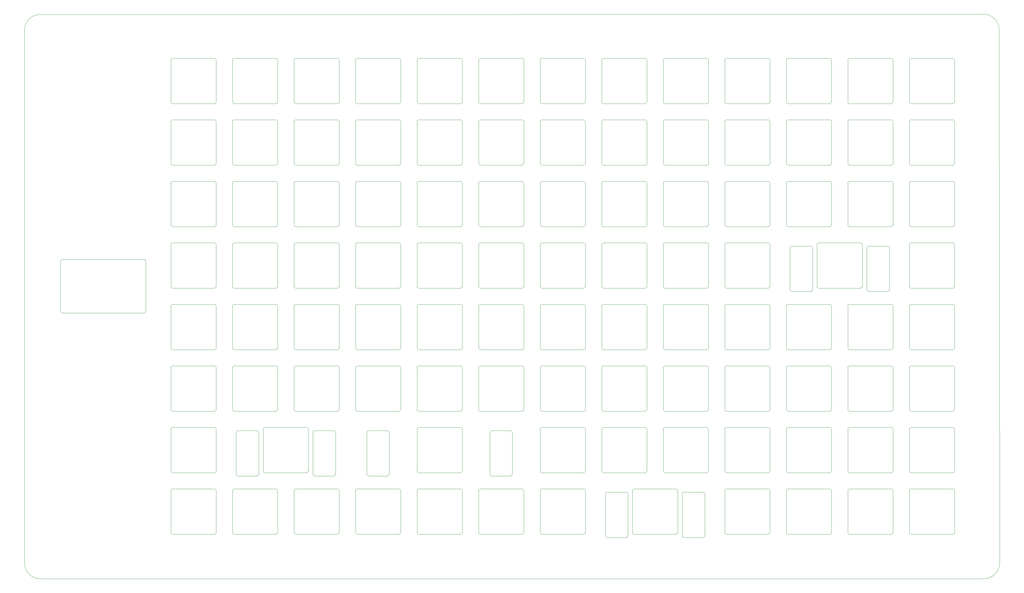
<source format=gbr>
%TF.GenerationSoftware,KiCad,Pcbnew,(6.0.0)*%
%TF.CreationDate,2023-01-05T23:03:01-06:00*%
%TF.ProjectId,Ortholith Top Plate (3D Printed Base),4f727468-6f6c-4697-9468-20546f702050,rev?*%
%TF.SameCoordinates,Original*%
%TF.FileFunction,Profile,NP*%
%FSLAX46Y46*%
G04 Gerber Fmt 4.6, Leading zero omitted, Abs format (unit mm)*
G04 Created by KiCad (PCBNEW (6.0.0)) date 2023-01-05 23:03:01*
%MOMM*%
%LPD*%
G01*
G04 APERTURE LIST*
%TA.AperFunction,Profile*%
%ADD10C,0.050000*%
%TD*%
%TA.AperFunction,Profile*%
%ADD11C,0.010007*%
%TD*%
G04 APERTURE END LIST*
D10*
X61087000Y-222123000D02*
X353060000Y-222123000D01*
X60960000Y-47371000D02*
X352933000Y-47244000D01*
X358013000Y-217170000D02*
X357886000Y-52197000D01*
X56134000Y-217170000D02*
X56134000Y-52197000D01*
X56134000Y-217170000D02*
G75*
G03*
X61087000Y-222123000I4953000J0D01*
G01*
X353060000Y-222123000D02*
G75*
G03*
X358013000Y-217170000I0J4953000D01*
G01*
X357886000Y-52197000D02*
G75*
G03*
X352933000Y-47244000I-4953000J0D01*
G01*
X60960000Y-47371000D02*
G75*
G03*
X56134000Y-52197000I0J-4826000D01*
G01*
X67310000Y-139192000D02*
G75*
G03*
X67945000Y-139827000I635000J0D01*
G01*
X93091000Y-139827000D02*
G75*
G03*
X93726000Y-139192000I0J635000D01*
G01*
X93726000Y-123825000D02*
G75*
G03*
X93091000Y-123190000I-635000J0D01*
G01*
X67945000Y-123190000D02*
G75*
G03*
X67310000Y-123825000I0J-635000D01*
G01*
X67945000Y-123190000D02*
X93091000Y-123190000D01*
X67310000Y-139192000D02*
X67310000Y-123825000D01*
X93091000Y-139827000D02*
X67945000Y-139827000D01*
X93726000Y-123825000D02*
X93726000Y-139192000D01*
D11*
%TO.C,REF\u002A\u002A*%
X314982672Y-132095007D02*
X301983000Y-132095000D01*
X315483000Y-118595000D02*
X315482672Y-131595007D01*
X314983000Y-118095000D02*
X301983000Y-118095000D01*
X301483000Y-118595000D02*
X301483000Y-131595000D01*
X315483000Y-118595000D02*
G75*
G03*
X314983000Y-118095000I-500000J0D01*
G01*
X301983000Y-118095000D02*
G75*
G03*
X301483000Y-118595000I0J-500000D01*
G01*
X301483000Y-131595000D02*
G75*
G03*
X301983000Y-132095000I500000J0D01*
G01*
X314982672Y-132095007D02*
G75*
G03*
X315482672Y-131595007I0J500000D01*
G01*
X317389250Y-119095008D02*
X323389250Y-119095008D01*
X317389250Y-133095008D02*
X323389250Y-133095008D01*
X323389250Y-133095008D02*
G75*
G03*
X323889250Y-132595008I0J500000D01*
G01*
X293576750Y-119095000D02*
X299576750Y-119095008D01*
X293576750Y-133095008D02*
X299576750Y-133095008D01*
X293076750Y-119595008D02*
X293076750Y-132595008D01*
X300076750Y-119595008D02*
X300076750Y-132595000D01*
X316889250Y-119595008D02*
X316889250Y-132595000D01*
X323889250Y-119595008D02*
X323889250Y-132595008D01*
X317389250Y-119095000D02*
G75*
G03*
X316889250Y-119595000I0J-500000D01*
G01*
X323889250Y-119595000D02*
G75*
G03*
X323389250Y-119095000I-500000J0D01*
G01*
X316889250Y-132595008D02*
G75*
G03*
X317389250Y-133095008I500000J0D01*
G01*
X293576750Y-119095000D02*
G75*
G03*
X293076750Y-119595000I0J-500000D01*
G01*
X300076750Y-119595000D02*
G75*
G03*
X299576750Y-119095000I-500000J0D01*
G01*
X293076750Y-132595008D02*
G75*
G03*
X293576750Y-133095008I500000J0D01*
G01*
X299576750Y-133095008D02*
G75*
G03*
X300076750Y-132595008I0J500000D01*
G01*
X258333000Y-194795000D02*
X258332672Y-207795007D01*
X260239250Y-195295008D02*
X266239250Y-195295008D01*
X236426750Y-209295008D02*
X242426750Y-209295008D01*
X244833000Y-208295000D02*
X257833000Y-208295000D01*
X260239250Y-209295008D02*
X266239250Y-209295008D01*
X236426750Y-195295000D02*
X242426750Y-195295008D01*
X235926750Y-195795008D02*
X235926750Y-208795008D01*
X242926750Y-195795008D02*
X242926750Y-208795000D01*
X244833000Y-194295000D02*
X257833000Y-194295000D01*
X244333000Y-194795000D02*
X244333000Y-207795000D01*
X259739250Y-195795008D02*
X259739250Y-208795000D01*
X266739250Y-195795008D02*
X266739250Y-208795008D01*
X244333000Y-207795000D02*
G75*
G03*
X244833000Y-208295000I500001J1D01*
G01*
X242926750Y-195795000D02*
G75*
G03*
X242426750Y-195295000I-500001J-1D01*
G01*
X258333000Y-194795000D02*
G75*
G03*
X257833000Y-194295000I-500001J-1D01*
G01*
X259739250Y-208795008D02*
G75*
G03*
X260239250Y-209295008I500001J1D01*
G01*
X244833000Y-194295000D02*
G75*
G03*
X244333000Y-194795000I1J-500001D01*
G01*
X266239250Y-209295008D02*
G75*
G03*
X266739250Y-208795008I-1J500001D01*
G01*
X257832672Y-208295007D02*
G75*
G03*
X258332672Y-207795007I-1J500001D01*
G01*
X242426750Y-209295008D02*
G75*
G03*
X242926750Y-208795008I-1J500001D01*
G01*
X266739250Y-195795000D02*
G75*
G03*
X266239250Y-195295000I-500001J-1D01*
G01*
X236426750Y-195295000D02*
G75*
G03*
X235926750Y-195795000I1J-500001D01*
G01*
X260239250Y-195295000D02*
G75*
G03*
X259739250Y-195795000I1J-500001D01*
G01*
X235926750Y-208795008D02*
G75*
G03*
X236426750Y-209295008I500001J1D01*
G01*
X200234447Y-189768447D02*
X200234447Y-176768439D01*
X206644447Y-190268447D02*
X200734447Y-190268447D01*
X207144447Y-176768439D02*
X207144447Y-189768447D01*
X200734447Y-176268439D02*
X206644447Y-176268439D01*
X162138000Y-189762000D02*
X162138000Y-176761992D01*
X168548000Y-190262000D02*
X162638000Y-190262000D01*
X169048000Y-176761992D02*
X169048000Y-189762000D01*
X162638000Y-176261992D02*
X168548000Y-176261992D01*
X169048000Y-176761992D02*
G75*
G03*
X168548000Y-176261992I-500001J-1D01*
G01*
X162138000Y-189762000D02*
G75*
G03*
X162638000Y-190262000I500001J1D01*
G01*
X162638000Y-176261992D02*
G75*
G03*
X162138000Y-176761992I1J-500001D01*
G01*
X168548000Y-190262000D02*
G75*
G03*
X169048000Y-189762000I-1J500001D01*
G01*
X206644447Y-190268447D02*
G75*
G03*
X207144447Y-189768447I-1J500001D01*
G01*
X207144447Y-176768439D02*
G75*
G03*
X206644447Y-176268439I-500001J-1D01*
G01*
X200234447Y-189768447D02*
G75*
G03*
X200734447Y-190268447I500001J1D01*
G01*
X200734447Y-176268439D02*
G75*
G03*
X200234447Y-176768439I1J-500001D01*
G01*
X143532672Y-189245007D02*
X130533000Y-189245000D01*
X144033000Y-175745000D02*
X144032672Y-188745007D01*
X130533000Y-175245000D02*
X143533000Y-175245000D01*
X151939250Y-176245000D02*
X145939250Y-176245000D01*
X152439250Y-189745008D02*
X152439250Y-176745000D01*
X145939250Y-190245008D02*
X151939250Y-190245008D01*
X122126750Y-190245008D02*
X128126750Y-190245008D01*
X122126750Y-176245000D02*
X128126750Y-176245008D01*
X121626750Y-176745008D02*
X121626750Y-189745008D01*
X128626750Y-176745008D02*
X128626750Y-189745000D01*
X130033000Y-175745000D02*
X130033000Y-188745000D01*
X145439250Y-176745008D02*
X145439250Y-189745000D01*
X130033000Y-188745000D02*
G75*
G03*
X130533000Y-189245000I500001J1D01*
G01*
X128626750Y-176745000D02*
G75*
G03*
X128126750Y-176245000I-500001J-1D01*
G01*
X144033000Y-175745000D02*
G75*
G03*
X143533000Y-175245000I-500001J-1D01*
G01*
X145439250Y-189745008D02*
G75*
G03*
X145939250Y-190245008I500001J1D01*
G01*
X130533000Y-175245000D02*
G75*
G03*
X130033000Y-175745000I1J-500001D01*
G01*
X151939250Y-190245008D02*
G75*
G03*
X152439250Y-189745008I-1J500001D01*
G01*
X143532672Y-189245007D02*
G75*
G03*
X144032672Y-188745007I-1J500001D01*
G01*
X128126750Y-190245008D02*
G75*
G03*
X128626750Y-189745008I-1J500001D01*
G01*
X152439250Y-176745000D02*
G75*
G03*
X151939250Y-176245000I-500001J-1D01*
G01*
X122126750Y-176245000D02*
G75*
G03*
X121626750Y-176745000I1J-500001D01*
G01*
X145939250Y-176245000D02*
G75*
G03*
X145439250Y-176745000I1J-500001D01*
G01*
X121626750Y-189745008D02*
G75*
G03*
X122126750Y-190245008I500001J1D01*
G01*
X101458000Y-194796000D02*
X101458000Y-207786924D01*
X101958000Y-194296000D02*
X114958000Y-194296000D01*
X101958000Y-208286924D02*
X114958000Y-208296000D01*
X115458000Y-194796000D02*
X115458000Y-207796000D01*
X101458000Y-207786924D02*
G75*
G03*
X101958000Y-208286924I500001J1D01*
G01*
X115458000Y-194796000D02*
G75*
G03*
X114958000Y-194296000I-500001J-1D01*
G01*
X101958000Y-194296000D02*
G75*
G03*
X101458000Y-194796000I1J-500001D01*
G01*
X114958000Y-208296000D02*
G75*
G03*
X115458000Y-207796000I-1J500001D01*
G01*
X120508000Y-194796000D02*
X120508000Y-207786924D01*
X121008000Y-194296000D02*
X134008000Y-194296000D01*
X121008000Y-208286924D02*
X134008000Y-208296000D01*
X134508000Y-194796000D02*
X134508000Y-207796000D01*
X120508000Y-207786924D02*
G75*
G03*
X121008000Y-208286924I500001J1D01*
G01*
X134508000Y-194796000D02*
G75*
G03*
X134008000Y-194296000I-500001J-1D01*
G01*
X121008000Y-194296000D02*
G75*
G03*
X120508000Y-194796000I1J-500001D01*
G01*
X134008000Y-208296000D02*
G75*
G03*
X134508000Y-207796000I-1J500001D01*
G01*
X139558000Y-194796000D02*
X139558000Y-207786924D01*
X140058000Y-194296000D02*
X153058000Y-194296000D01*
X140058000Y-208286924D02*
X153058000Y-208296000D01*
X153558000Y-194796000D02*
X153558000Y-207796000D01*
X139558000Y-207786924D02*
G75*
G03*
X140058000Y-208286924I500001J1D01*
G01*
X153558000Y-194796000D02*
G75*
G03*
X153058000Y-194296000I-500001J-1D01*
G01*
X140058000Y-194296000D02*
G75*
G03*
X139558000Y-194796000I1J-500001D01*
G01*
X153058000Y-208296000D02*
G75*
G03*
X153558000Y-207796000I-1J500001D01*
G01*
X158608000Y-194796000D02*
X158608000Y-207786924D01*
X159108000Y-194296000D02*
X172108000Y-194296000D01*
X159108000Y-208286924D02*
X172108000Y-208296000D01*
X172608000Y-194796000D02*
X172608000Y-207796000D01*
X158608000Y-207786924D02*
G75*
G03*
X159108000Y-208286924I500001J1D01*
G01*
X172608000Y-194796000D02*
G75*
G03*
X172108000Y-194296000I-500001J-1D01*
G01*
X159108000Y-194296000D02*
G75*
G03*
X158608000Y-194796000I1J-500001D01*
G01*
X172108000Y-208296000D02*
G75*
G03*
X172608000Y-207796000I-1J500001D01*
G01*
X177658000Y-194796000D02*
X177658000Y-207786924D01*
X178158000Y-194296000D02*
X191158000Y-194296000D01*
X178158000Y-208286924D02*
X191158000Y-208296000D01*
X191658000Y-194796000D02*
X191658000Y-207796000D01*
X177658000Y-207786924D02*
G75*
G03*
X178158000Y-208286924I500001J1D01*
G01*
X191658000Y-194796000D02*
G75*
G03*
X191158000Y-194296000I-500001J-1D01*
G01*
X178158000Y-194296000D02*
G75*
G03*
X177658000Y-194796000I1J-500001D01*
G01*
X191158000Y-208296000D02*
G75*
G03*
X191658000Y-207796000I-1J500001D01*
G01*
X196708000Y-194796000D02*
X196708000Y-207786924D01*
X197208000Y-194296000D02*
X210208000Y-194296000D01*
X197208000Y-208286924D02*
X210208000Y-208296000D01*
X210708000Y-194796000D02*
X210708000Y-207796000D01*
X196708000Y-207786924D02*
G75*
G03*
X197208000Y-208286924I500001J1D01*
G01*
X210708000Y-194796000D02*
G75*
G03*
X210208000Y-194296000I-500001J-1D01*
G01*
X197208000Y-194296000D02*
G75*
G03*
X196708000Y-194796000I1J-500001D01*
G01*
X210208000Y-208296000D02*
G75*
G03*
X210708000Y-207796000I-1J500001D01*
G01*
X215758000Y-194796000D02*
X215758000Y-207786924D01*
X216258000Y-194296000D02*
X229258000Y-194296000D01*
X216258000Y-208286924D02*
X229258000Y-208296000D01*
X229758000Y-194796000D02*
X229758000Y-207796000D01*
X215758000Y-207786924D02*
G75*
G03*
X216258000Y-208286924I500001J1D01*
G01*
X229758000Y-194796000D02*
G75*
G03*
X229258000Y-194296000I-500001J-1D01*
G01*
X216258000Y-194296000D02*
G75*
G03*
X215758000Y-194796000I1J-500001D01*
G01*
X229258000Y-208296000D02*
G75*
G03*
X229758000Y-207796000I-1J500001D01*
G01*
X272908000Y-194796000D02*
X272908000Y-207786924D01*
X273408000Y-194296000D02*
X286408000Y-194296000D01*
X273408000Y-208286924D02*
X286408000Y-208296000D01*
X286908000Y-194796000D02*
X286908000Y-207796000D01*
X272908000Y-207786924D02*
G75*
G03*
X273408000Y-208286924I500001J1D01*
G01*
X286908000Y-194796000D02*
G75*
G03*
X286408000Y-194296000I-500001J-1D01*
G01*
X273408000Y-194296000D02*
G75*
G03*
X272908000Y-194796000I1J-500001D01*
G01*
X286408000Y-208296000D02*
G75*
G03*
X286908000Y-207796000I-1J500001D01*
G01*
X291958000Y-194796000D02*
X291958000Y-207786924D01*
X292458000Y-194296000D02*
X305458000Y-194296000D01*
X292458000Y-208286924D02*
X305458000Y-208296000D01*
X305958000Y-194796000D02*
X305958000Y-207796000D01*
X291958000Y-207786924D02*
G75*
G03*
X292458000Y-208286924I500001J1D01*
G01*
X305958000Y-194796000D02*
G75*
G03*
X305458000Y-194296000I-500001J-1D01*
G01*
X292458000Y-194296000D02*
G75*
G03*
X291958000Y-194796000I1J-500001D01*
G01*
X305458000Y-208296000D02*
G75*
G03*
X305958000Y-207796000I-1J500001D01*
G01*
X311008000Y-194796000D02*
X311008000Y-207786924D01*
X311508000Y-194296000D02*
X324508000Y-194296000D01*
X311508000Y-208286924D02*
X324508000Y-208296000D01*
X325008000Y-194796000D02*
X325008000Y-207796000D01*
X311008000Y-207786924D02*
G75*
G03*
X311508000Y-208286924I500001J1D01*
G01*
X325008000Y-194796000D02*
G75*
G03*
X324508000Y-194296000I-500001J-1D01*
G01*
X311508000Y-194296000D02*
G75*
G03*
X311008000Y-194796000I1J-500001D01*
G01*
X324508000Y-208296000D02*
G75*
G03*
X325008000Y-207796000I-1J500001D01*
G01*
X330058000Y-194796000D02*
X330058000Y-207786924D01*
X330558000Y-194296000D02*
X343558000Y-194296000D01*
X330558000Y-208286924D02*
X343558000Y-208296000D01*
X344058000Y-194796000D02*
X344058000Y-207796000D01*
X330058000Y-207786924D02*
G75*
G03*
X330558000Y-208286924I500001J1D01*
G01*
X344058000Y-194796000D02*
G75*
G03*
X343558000Y-194296000I-500001J-1D01*
G01*
X330558000Y-194296000D02*
G75*
G03*
X330058000Y-194796000I1J-500001D01*
G01*
X343558000Y-208296000D02*
G75*
G03*
X344058000Y-207796000I-1J500001D01*
G01*
X330058000Y-175746000D02*
X330058000Y-188736924D01*
X330558000Y-175246000D02*
X343558000Y-175246000D01*
X330558000Y-189236924D02*
X343558000Y-189246000D01*
X344058000Y-175746000D02*
X344058000Y-188746000D01*
X330058000Y-188736924D02*
G75*
G03*
X330558000Y-189236924I500001J1D01*
G01*
X344058000Y-175746000D02*
G75*
G03*
X343558000Y-175246000I-500001J-1D01*
G01*
X330558000Y-175246000D02*
G75*
G03*
X330058000Y-175746000I1J-500001D01*
G01*
X343558000Y-189246000D02*
G75*
G03*
X344058000Y-188746000I-1J500001D01*
G01*
X311008000Y-175746000D02*
X311008000Y-188736924D01*
X311508000Y-175246000D02*
X324508000Y-175246000D01*
X311508000Y-189236924D02*
X324508000Y-189246000D01*
X325008000Y-175746000D02*
X325008000Y-188746000D01*
X311008000Y-188736924D02*
G75*
G03*
X311508000Y-189236924I500001J1D01*
G01*
X325008000Y-175746000D02*
G75*
G03*
X324508000Y-175246000I-500001J-1D01*
G01*
X311508000Y-175246000D02*
G75*
G03*
X311008000Y-175746000I1J-500001D01*
G01*
X324508000Y-189246000D02*
G75*
G03*
X325008000Y-188746000I-1J500001D01*
G01*
X291958000Y-175746000D02*
X291958000Y-188736924D01*
X292458000Y-175246000D02*
X305458000Y-175246000D01*
X292458000Y-189236924D02*
X305458000Y-189246000D01*
X305958000Y-175746000D02*
X305958000Y-188746000D01*
X291958000Y-188736924D02*
G75*
G03*
X292458000Y-189236924I500001J1D01*
G01*
X305958000Y-175746000D02*
G75*
G03*
X305458000Y-175246000I-500001J-1D01*
G01*
X292458000Y-175246000D02*
G75*
G03*
X291958000Y-175746000I1J-500001D01*
G01*
X305458000Y-189246000D02*
G75*
G03*
X305958000Y-188746000I-1J500001D01*
G01*
X272908000Y-175746000D02*
X272908000Y-188736924D01*
X273408000Y-175246000D02*
X286408000Y-175246000D01*
X273408000Y-189236924D02*
X286408000Y-189246000D01*
X286908000Y-175746000D02*
X286908000Y-188746000D01*
X272908000Y-188736924D02*
G75*
G03*
X273408000Y-189236924I500001J1D01*
G01*
X286908000Y-175746000D02*
G75*
G03*
X286408000Y-175246000I-500001J-1D01*
G01*
X273408000Y-175246000D02*
G75*
G03*
X272908000Y-175746000I1J-500001D01*
G01*
X286408000Y-189246000D02*
G75*
G03*
X286908000Y-188746000I-1J500001D01*
G01*
X253858000Y-175746000D02*
X253858000Y-188736924D01*
X254358000Y-175246000D02*
X267358000Y-175246000D01*
X254358000Y-189236924D02*
X267358000Y-189246000D01*
X267858000Y-175746000D02*
X267858000Y-188746000D01*
X253858000Y-188736924D02*
G75*
G03*
X254358000Y-189236924I500001J1D01*
G01*
X267858000Y-175746000D02*
G75*
G03*
X267358000Y-175246000I-500001J-1D01*
G01*
X254358000Y-175246000D02*
G75*
G03*
X253858000Y-175746000I1J-500001D01*
G01*
X267358000Y-189246000D02*
G75*
G03*
X267858000Y-188746000I-1J500001D01*
G01*
X234808000Y-175746000D02*
X234808000Y-188736924D01*
X235308000Y-175246000D02*
X248308000Y-175246000D01*
X235308000Y-189236924D02*
X248308000Y-189246000D01*
X248808000Y-175746000D02*
X248808000Y-188746000D01*
X234808000Y-188736924D02*
G75*
G03*
X235308000Y-189236924I500001J1D01*
G01*
X248808000Y-175746000D02*
G75*
G03*
X248308000Y-175246000I-500001J-1D01*
G01*
X235308000Y-175246000D02*
G75*
G03*
X234808000Y-175746000I1J-500001D01*
G01*
X248308000Y-189246000D02*
G75*
G03*
X248808000Y-188746000I-1J500001D01*
G01*
X215758000Y-175746000D02*
X215758000Y-188736924D01*
X216258000Y-175246000D02*
X229258000Y-175246000D01*
X216258000Y-189236924D02*
X229258000Y-189246000D01*
X229758000Y-175746000D02*
X229758000Y-188746000D01*
X215758000Y-188736924D02*
G75*
G03*
X216258000Y-189236924I500001J1D01*
G01*
X229758000Y-175746000D02*
G75*
G03*
X229258000Y-175246000I-500001J-1D01*
G01*
X216258000Y-175246000D02*
G75*
G03*
X215758000Y-175746000I1J-500001D01*
G01*
X229258000Y-189246000D02*
G75*
G03*
X229758000Y-188746000I-1J500001D01*
G01*
X177658000Y-175745000D02*
X177658000Y-188735924D01*
X178158000Y-175245000D02*
X191158000Y-175245000D01*
X178158000Y-189235924D02*
X191158000Y-189245000D01*
X191658000Y-175745000D02*
X191658000Y-188745000D01*
X177658000Y-188735924D02*
G75*
G03*
X178158000Y-189235924I500001J1D01*
G01*
X191658000Y-175745000D02*
G75*
G03*
X191158000Y-175245000I-500001J-1D01*
G01*
X178158000Y-175245000D02*
G75*
G03*
X177658000Y-175745000I1J-500001D01*
G01*
X191158000Y-189245000D02*
G75*
G03*
X191658000Y-188745000I-1J500001D01*
G01*
X101458000Y-175746000D02*
X101458000Y-188736924D01*
X101958000Y-175246000D02*
X114958000Y-175246000D01*
X101958000Y-189236924D02*
X114958000Y-189246000D01*
X115458000Y-175746000D02*
X115458000Y-188746000D01*
X101458000Y-188736924D02*
G75*
G03*
X101958000Y-189236924I500001J1D01*
G01*
X115458000Y-175746000D02*
G75*
G03*
X114958000Y-175246000I-500001J-1D01*
G01*
X101958000Y-175246000D02*
G75*
G03*
X101458000Y-175746000I1J-500001D01*
G01*
X114958000Y-189246000D02*
G75*
G03*
X115458000Y-188746000I-1J500001D01*
G01*
X101458000Y-156696000D02*
X101458000Y-169686924D01*
X101958000Y-156196000D02*
X114958000Y-156196000D01*
X101958000Y-170186924D02*
X114958000Y-170196000D01*
X115458000Y-156696000D02*
X115458000Y-169696000D01*
X101458000Y-169686924D02*
G75*
G03*
X101958000Y-170186924I500001J1D01*
G01*
X115458000Y-156696000D02*
G75*
G03*
X114958000Y-156196000I-500001J-1D01*
G01*
X101958000Y-156196000D02*
G75*
G03*
X101458000Y-156696000I1J-500001D01*
G01*
X114958000Y-170196000D02*
G75*
G03*
X115458000Y-169696000I-1J500001D01*
G01*
X120508000Y-156696000D02*
X120508000Y-169686924D01*
X121008000Y-156196000D02*
X134008000Y-156196000D01*
X121008000Y-170186924D02*
X134008000Y-170196000D01*
X134508000Y-156696000D02*
X134508000Y-169696000D01*
X120508000Y-169686924D02*
G75*
G03*
X121008000Y-170186924I500001J1D01*
G01*
X134508000Y-156696000D02*
G75*
G03*
X134008000Y-156196000I-500001J-1D01*
G01*
X121008000Y-156196000D02*
G75*
G03*
X120508000Y-156696000I1J-500001D01*
G01*
X134008000Y-170196000D02*
G75*
G03*
X134508000Y-169696000I-1J500001D01*
G01*
X139558000Y-156696000D02*
X139558000Y-169686924D01*
X140058000Y-156196000D02*
X153058000Y-156196000D01*
X140058000Y-170186924D02*
X153058000Y-170196000D01*
X153558000Y-156696000D02*
X153558000Y-169696000D01*
X139558000Y-169686924D02*
G75*
G03*
X140058000Y-170186924I500001J1D01*
G01*
X153558000Y-156696000D02*
G75*
G03*
X153058000Y-156196000I-500001J-1D01*
G01*
X140058000Y-156196000D02*
G75*
G03*
X139558000Y-156696000I1J-500001D01*
G01*
X153058000Y-170196000D02*
G75*
G03*
X153558000Y-169696000I-1J500001D01*
G01*
X158608000Y-156696000D02*
X158608000Y-169686924D01*
X159108000Y-156196000D02*
X172108000Y-156196000D01*
X159108000Y-170186924D02*
X172108000Y-170196000D01*
X172608000Y-156696000D02*
X172608000Y-169696000D01*
X158608000Y-169686924D02*
G75*
G03*
X159108000Y-170186924I500001J1D01*
G01*
X172608000Y-156696000D02*
G75*
G03*
X172108000Y-156196000I-500001J-1D01*
G01*
X159108000Y-156196000D02*
G75*
G03*
X158608000Y-156696000I1J-500001D01*
G01*
X172108000Y-170196000D02*
G75*
G03*
X172608000Y-169696000I-1J500001D01*
G01*
X177658000Y-156696000D02*
X177658000Y-169686924D01*
X178158000Y-156196000D02*
X191158000Y-156196000D01*
X178158000Y-170186924D02*
X191158000Y-170196000D01*
X191658000Y-156696000D02*
X191658000Y-169696000D01*
X177658000Y-169686924D02*
G75*
G03*
X178158000Y-170186924I500001J1D01*
G01*
X191658000Y-156696000D02*
G75*
G03*
X191158000Y-156196000I-500001J-1D01*
G01*
X178158000Y-156196000D02*
G75*
G03*
X177658000Y-156696000I1J-500001D01*
G01*
X191158000Y-170196000D02*
G75*
G03*
X191658000Y-169696000I-1J500001D01*
G01*
X196708000Y-156696000D02*
X196708000Y-169686924D01*
X197208000Y-156196000D02*
X210208000Y-156196000D01*
X197208000Y-170186924D02*
X210208000Y-170196000D01*
X210708000Y-156696000D02*
X210708000Y-169696000D01*
X196708000Y-169686924D02*
G75*
G03*
X197208000Y-170186924I500001J1D01*
G01*
X210708000Y-156696000D02*
G75*
G03*
X210208000Y-156196000I-500001J-1D01*
G01*
X197208000Y-156196000D02*
G75*
G03*
X196708000Y-156696000I1J-500001D01*
G01*
X210208000Y-170196000D02*
G75*
G03*
X210708000Y-169696000I-1J500001D01*
G01*
X215758000Y-156696000D02*
X215758000Y-169686924D01*
X216258000Y-156196000D02*
X229258000Y-156196000D01*
X216258000Y-170186924D02*
X229258000Y-170196000D01*
X229758000Y-156696000D02*
X229758000Y-169696000D01*
X215758000Y-169686924D02*
G75*
G03*
X216258000Y-170186924I500001J1D01*
G01*
X229758000Y-156696000D02*
G75*
G03*
X229258000Y-156196000I-500001J-1D01*
G01*
X216258000Y-156196000D02*
G75*
G03*
X215758000Y-156696000I1J-500001D01*
G01*
X229258000Y-170196000D02*
G75*
G03*
X229758000Y-169696000I-1J500001D01*
G01*
X234808000Y-156696000D02*
X234808000Y-169686924D01*
X235308000Y-156196000D02*
X248308000Y-156196000D01*
X235308000Y-170186924D02*
X248308000Y-170196000D01*
X248808000Y-156696000D02*
X248808000Y-169696000D01*
X234808000Y-169686924D02*
G75*
G03*
X235308000Y-170186924I500001J1D01*
G01*
X248808000Y-156696000D02*
G75*
G03*
X248308000Y-156196000I-500001J-1D01*
G01*
X235308000Y-156196000D02*
G75*
G03*
X234808000Y-156696000I1J-500001D01*
G01*
X248308000Y-170196000D02*
G75*
G03*
X248808000Y-169696000I-1J500001D01*
G01*
X253858000Y-156696000D02*
X253858000Y-169686924D01*
X254358000Y-156196000D02*
X267358000Y-156196000D01*
X254358000Y-170186924D02*
X267358000Y-170196000D01*
X267858000Y-156696000D02*
X267858000Y-169696000D01*
X253858000Y-169686924D02*
G75*
G03*
X254358000Y-170186924I500001J1D01*
G01*
X267858000Y-156696000D02*
G75*
G03*
X267358000Y-156196000I-500001J-1D01*
G01*
X254358000Y-156196000D02*
G75*
G03*
X253858000Y-156696000I1J-500001D01*
G01*
X267358000Y-170196000D02*
G75*
G03*
X267858000Y-169696000I-1J500001D01*
G01*
X272908000Y-156696000D02*
X272908000Y-169686924D01*
X273408000Y-156196000D02*
X286408000Y-156196000D01*
X273408000Y-170186924D02*
X286408000Y-170196000D01*
X286908000Y-156696000D02*
X286908000Y-169696000D01*
X272908000Y-169686924D02*
G75*
G03*
X273408000Y-170186924I500001J1D01*
G01*
X286908000Y-156696000D02*
G75*
G03*
X286408000Y-156196000I-500001J-1D01*
G01*
X273408000Y-156196000D02*
G75*
G03*
X272908000Y-156696000I1J-500001D01*
G01*
X286408000Y-170196000D02*
G75*
G03*
X286908000Y-169696000I-1J500001D01*
G01*
X291958000Y-156696000D02*
X291958000Y-169686924D01*
X292458000Y-156196000D02*
X305458000Y-156196000D01*
X292458000Y-170186924D02*
X305458000Y-170196000D01*
X305958000Y-156696000D02*
X305958000Y-169696000D01*
X291958000Y-169686924D02*
G75*
G03*
X292458000Y-170186924I500001J1D01*
G01*
X305958000Y-156696000D02*
G75*
G03*
X305458000Y-156196000I-500001J-1D01*
G01*
X292458000Y-156196000D02*
G75*
G03*
X291958000Y-156696000I1J-500001D01*
G01*
X305458000Y-170196000D02*
G75*
G03*
X305958000Y-169696000I-1J500001D01*
G01*
X311008000Y-156696000D02*
X311008000Y-169686924D01*
X311508000Y-156196000D02*
X324508000Y-156196000D01*
X311508000Y-170186924D02*
X324508000Y-170196000D01*
X325008000Y-156696000D02*
X325008000Y-169696000D01*
X311008000Y-169686924D02*
G75*
G03*
X311508000Y-170186924I500001J1D01*
G01*
X325008000Y-156696000D02*
G75*
G03*
X324508000Y-156196000I-500001J-1D01*
G01*
X311508000Y-156196000D02*
G75*
G03*
X311008000Y-156696000I1J-500001D01*
G01*
X324508000Y-170196000D02*
G75*
G03*
X325008000Y-169696000I-1J500001D01*
G01*
X330058000Y-156696000D02*
X330058000Y-169686924D01*
X330558000Y-156196000D02*
X343558000Y-156196000D01*
X330558000Y-170186924D02*
X343558000Y-170196000D01*
X344058000Y-156696000D02*
X344058000Y-169696000D01*
X330058000Y-169686924D02*
G75*
G03*
X330558000Y-170186924I500001J1D01*
G01*
X344058000Y-156696000D02*
G75*
G03*
X343558000Y-156196000I-500001J-1D01*
G01*
X330558000Y-156196000D02*
G75*
G03*
X330058000Y-156696000I1J-500001D01*
G01*
X343558000Y-170196000D02*
G75*
G03*
X344058000Y-169696000I-1J500001D01*
G01*
X330058000Y-137646000D02*
X330058000Y-150636924D01*
X330558000Y-137146000D02*
X343558000Y-137146000D01*
X330558000Y-151136924D02*
X343558000Y-151146000D01*
X344058000Y-137646000D02*
X344058000Y-150646000D01*
X330058000Y-150636924D02*
G75*
G03*
X330558000Y-151136924I500001J1D01*
G01*
X344058000Y-137646000D02*
G75*
G03*
X343558000Y-137146000I-500001J-1D01*
G01*
X330558000Y-137146000D02*
G75*
G03*
X330058000Y-137646000I1J-500001D01*
G01*
X343558000Y-151146000D02*
G75*
G03*
X344058000Y-150646000I-1J500001D01*
G01*
X311008000Y-137646000D02*
X311008000Y-150636924D01*
X311508000Y-137146000D02*
X324508000Y-137146000D01*
X311508000Y-151136924D02*
X324508000Y-151146000D01*
X325008000Y-137646000D02*
X325008000Y-150646000D01*
X311008000Y-150636924D02*
G75*
G03*
X311508000Y-151136924I500001J1D01*
G01*
X325008000Y-137646000D02*
G75*
G03*
X324508000Y-137146000I-500001J-1D01*
G01*
X311508000Y-137146000D02*
G75*
G03*
X311008000Y-137646000I1J-500001D01*
G01*
X324508000Y-151146000D02*
G75*
G03*
X325008000Y-150646000I-1J500001D01*
G01*
X291958000Y-137646000D02*
X291958000Y-150636924D01*
X292458000Y-137146000D02*
X305458000Y-137146000D01*
X292458000Y-151136924D02*
X305458000Y-151146000D01*
X305958000Y-137646000D02*
X305958000Y-150646000D01*
X291958000Y-150636924D02*
G75*
G03*
X292458000Y-151136924I500001J1D01*
G01*
X305958000Y-137646000D02*
G75*
G03*
X305458000Y-137146000I-500001J-1D01*
G01*
X292458000Y-137146000D02*
G75*
G03*
X291958000Y-137646000I1J-500001D01*
G01*
X305458000Y-151146000D02*
G75*
G03*
X305958000Y-150646000I-1J500001D01*
G01*
X272908000Y-137646000D02*
X272908000Y-150636924D01*
X273408000Y-137146000D02*
X286408000Y-137146000D01*
X273408000Y-151136924D02*
X286408000Y-151146000D01*
X286908000Y-137646000D02*
X286908000Y-150646000D01*
X272908000Y-150636924D02*
G75*
G03*
X273408000Y-151136924I500001J1D01*
G01*
X286908000Y-137646000D02*
G75*
G03*
X286408000Y-137146000I-500001J-1D01*
G01*
X273408000Y-137146000D02*
G75*
G03*
X272908000Y-137646000I1J-500001D01*
G01*
X286408000Y-151146000D02*
G75*
G03*
X286908000Y-150646000I-1J500001D01*
G01*
X253858000Y-137646000D02*
X253858000Y-150636924D01*
X254358000Y-137146000D02*
X267358000Y-137146000D01*
X254358000Y-151136924D02*
X267358000Y-151146000D01*
X267858000Y-137646000D02*
X267858000Y-150646000D01*
X253858000Y-150636924D02*
G75*
G03*
X254358000Y-151136924I500001J1D01*
G01*
X267858000Y-137646000D02*
G75*
G03*
X267358000Y-137146000I-500001J-1D01*
G01*
X254358000Y-137146000D02*
G75*
G03*
X253858000Y-137646000I1J-500001D01*
G01*
X267358000Y-151146000D02*
G75*
G03*
X267858000Y-150646000I-1J500001D01*
G01*
X234808000Y-137646000D02*
X234808000Y-150636924D01*
X235308000Y-137146000D02*
X248308000Y-137146000D01*
X235308000Y-151136924D02*
X248308000Y-151146000D01*
X248808000Y-137646000D02*
X248808000Y-150646000D01*
X234808000Y-150636924D02*
G75*
G03*
X235308000Y-151136924I500001J1D01*
G01*
X248808000Y-137646000D02*
G75*
G03*
X248308000Y-137146000I-500001J-1D01*
G01*
X235308000Y-137146000D02*
G75*
G03*
X234808000Y-137646000I1J-500001D01*
G01*
X248308000Y-151146000D02*
G75*
G03*
X248808000Y-150646000I-1J500001D01*
G01*
X215758000Y-137646000D02*
X215758000Y-150636924D01*
X216258000Y-137146000D02*
X229258000Y-137146000D01*
X216258000Y-151136924D02*
X229258000Y-151146000D01*
X229758000Y-137646000D02*
X229758000Y-150646000D01*
X215758000Y-150636924D02*
G75*
G03*
X216258000Y-151136924I500001J1D01*
G01*
X229758000Y-137646000D02*
G75*
G03*
X229258000Y-137146000I-500001J-1D01*
G01*
X216258000Y-137146000D02*
G75*
G03*
X215758000Y-137646000I1J-500001D01*
G01*
X229258000Y-151146000D02*
G75*
G03*
X229758000Y-150646000I-1J500001D01*
G01*
X196708000Y-137646000D02*
X196708000Y-150636924D01*
X197208000Y-137146000D02*
X210208000Y-137146000D01*
X197208000Y-151136924D02*
X210208000Y-151146000D01*
X210708000Y-137646000D02*
X210708000Y-150646000D01*
X196708000Y-150636924D02*
G75*
G03*
X197208000Y-151136924I500001J1D01*
G01*
X210708000Y-137646000D02*
G75*
G03*
X210208000Y-137146000I-500001J-1D01*
G01*
X197208000Y-137146000D02*
G75*
G03*
X196708000Y-137646000I1J-500001D01*
G01*
X210208000Y-151146000D02*
G75*
G03*
X210708000Y-150646000I-1J500001D01*
G01*
X177658000Y-137646000D02*
X177658000Y-150636924D01*
X178158000Y-137146000D02*
X191158000Y-137146000D01*
X178158000Y-151136924D02*
X191158000Y-151146000D01*
X191658000Y-137646000D02*
X191658000Y-150646000D01*
X177658000Y-150636924D02*
G75*
G03*
X178158000Y-151136924I500001J1D01*
G01*
X191658000Y-137646000D02*
G75*
G03*
X191158000Y-137146000I-500001J-1D01*
G01*
X178158000Y-137146000D02*
G75*
G03*
X177658000Y-137646000I1J-500001D01*
G01*
X191158000Y-151146000D02*
G75*
G03*
X191658000Y-150646000I-1J500001D01*
G01*
X158608000Y-137646000D02*
X158608000Y-150636924D01*
X159108000Y-137146000D02*
X172108000Y-137146000D01*
X159108000Y-151136924D02*
X172108000Y-151146000D01*
X172608000Y-137646000D02*
X172608000Y-150646000D01*
X158608000Y-150636924D02*
G75*
G03*
X159108000Y-151136924I500001J1D01*
G01*
X172608000Y-137646000D02*
G75*
G03*
X172108000Y-137146000I-500001J-1D01*
G01*
X159108000Y-137146000D02*
G75*
G03*
X158608000Y-137646000I1J-500001D01*
G01*
X172108000Y-151146000D02*
G75*
G03*
X172608000Y-150646000I-1J500001D01*
G01*
X139558000Y-137646000D02*
X139558000Y-150636924D01*
X140058000Y-137146000D02*
X153058000Y-137146000D01*
X140058000Y-151136924D02*
X153058000Y-151146000D01*
X153558000Y-137646000D02*
X153558000Y-150646000D01*
X139558000Y-150636924D02*
G75*
G03*
X140058000Y-151136924I500001J1D01*
G01*
X153558000Y-137646000D02*
G75*
G03*
X153058000Y-137146000I-500001J-1D01*
G01*
X140058000Y-137146000D02*
G75*
G03*
X139558000Y-137646000I1J-500001D01*
G01*
X153058000Y-151146000D02*
G75*
G03*
X153558000Y-150646000I-1J500001D01*
G01*
X120508000Y-137646000D02*
X120508000Y-150636924D01*
X121008000Y-137146000D02*
X134008000Y-137146000D01*
X121008000Y-151136924D02*
X134008000Y-151146000D01*
X134508000Y-137646000D02*
X134508000Y-150646000D01*
X120508000Y-150636924D02*
G75*
G03*
X121008000Y-151136924I500001J1D01*
G01*
X134508000Y-137646000D02*
G75*
G03*
X134008000Y-137146000I-500001J-1D01*
G01*
X121008000Y-137146000D02*
G75*
G03*
X120508000Y-137646000I1J-500001D01*
G01*
X134008000Y-151146000D02*
G75*
G03*
X134508000Y-150646000I-1J500001D01*
G01*
X101458000Y-137646000D02*
X101458000Y-150636924D01*
X101958000Y-137146000D02*
X114958000Y-137146000D01*
X101958000Y-151136924D02*
X114958000Y-151146000D01*
X115458000Y-137646000D02*
X115458000Y-150646000D01*
X101458000Y-150636924D02*
G75*
G03*
X101958000Y-151136924I500001J1D01*
G01*
X115458000Y-137646000D02*
G75*
G03*
X114958000Y-137146000I-500001J-1D01*
G01*
X101958000Y-137146000D02*
G75*
G03*
X101458000Y-137646000I1J-500001D01*
G01*
X114958000Y-151146000D02*
G75*
G03*
X115458000Y-150646000I-1J500001D01*
G01*
X101458000Y-118596000D02*
X101458000Y-131586924D01*
X101958000Y-118096000D02*
X114958000Y-118096000D01*
X101958000Y-132086924D02*
X114958000Y-132096000D01*
X115458000Y-118596000D02*
X115458000Y-131596000D01*
X101458000Y-131586924D02*
G75*
G03*
X101958000Y-132086924I500001J1D01*
G01*
X115458000Y-118596000D02*
G75*
G03*
X114958000Y-118096000I-500001J-1D01*
G01*
X101958000Y-118096000D02*
G75*
G03*
X101458000Y-118596000I1J-500001D01*
G01*
X114958000Y-132096000D02*
G75*
G03*
X115458000Y-131596000I-1J500001D01*
G01*
X120508000Y-118596000D02*
X120508000Y-131586924D01*
X121008000Y-118096000D02*
X134008000Y-118096000D01*
X121008000Y-132086924D02*
X134008000Y-132096000D01*
X134508000Y-118596000D02*
X134508000Y-131596000D01*
X120508000Y-131586924D02*
G75*
G03*
X121008000Y-132086924I500001J1D01*
G01*
X134508000Y-118596000D02*
G75*
G03*
X134008000Y-118096000I-500001J-1D01*
G01*
X121008000Y-118096000D02*
G75*
G03*
X120508000Y-118596000I1J-500001D01*
G01*
X134008000Y-132096000D02*
G75*
G03*
X134508000Y-131596000I-1J500001D01*
G01*
X139558000Y-118596000D02*
X139558000Y-131586924D01*
X140058000Y-118096000D02*
X153058000Y-118096000D01*
X140058000Y-132086924D02*
X153058000Y-132096000D01*
X153558000Y-118596000D02*
X153558000Y-131596000D01*
X139558000Y-131586924D02*
G75*
G03*
X140058000Y-132086924I500001J1D01*
G01*
X153558000Y-118596000D02*
G75*
G03*
X153058000Y-118096000I-500001J-1D01*
G01*
X140058000Y-118096000D02*
G75*
G03*
X139558000Y-118596000I1J-500001D01*
G01*
X153058000Y-132096000D02*
G75*
G03*
X153558000Y-131596000I-1J500001D01*
G01*
X158608000Y-118596000D02*
X158608000Y-131586924D01*
X159108000Y-118096000D02*
X172108000Y-118096000D01*
X159108000Y-132086924D02*
X172108000Y-132096000D01*
X172608000Y-118596000D02*
X172608000Y-131596000D01*
X158608000Y-131586924D02*
G75*
G03*
X159108000Y-132086924I500001J1D01*
G01*
X172608000Y-118596000D02*
G75*
G03*
X172108000Y-118096000I-500001J-1D01*
G01*
X159108000Y-118096000D02*
G75*
G03*
X158608000Y-118596000I1J-500001D01*
G01*
X172108000Y-132096000D02*
G75*
G03*
X172608000Y-131596000I-1J500001D01*
G01*
X177658000Y-118596000D02*
X177658000Y-131586924D01*
X178158000Y-118096000D02*
X191158000Y-118096000D01*
X178158000Y-132086924D02*
X191158000Y-132096000D01*
X191658000Y-118596000D02*
X191658000Y-131596000D01*
X177658000Y-131586924D02*
G75*
G03*
X178158000Y-132086924I500001J1D01*
G01*
X191658000Y-118596000D02*
G75*
G03*
X191158000Y-118096000I-500001J-1D01*
G01*
X178158000Y-118096000D02*
G75*
G03*
X177658000Y-118596000I1J-500001D01*
G01*
X191158000Y-132096000D02*
G75*
G03*
X191658000Y-131596000I-1J500001D01*
G01*
X196708000Y-118596000D02*
X196708000Y-131586924D01*
X197208000Y-118096000D02*
X210208000Y-118096000D01*
X197208000Y-132086924D02*
X210208000Y-132096000D01*
X210708000Y-118596000D02*
X210708000Y-131596000D01*
X196708000Y-131586924D02*
G75*
G03*
X197208000Y-132086924I500001J1D01*
G01*
X210708000Y-118596000D02*
G75*
G03*
X210208000Y-118096000I-500001J-1D01*
G01*
X197208000Y-118096000D02*
G75*
G03*
X196708000Y-118596000I1J-500001D01*
G01*
X210208000Y-132096000D02*
G75*
G03*
X210708000Y-131596000I-1J500001D01*
G01*
X215758000Y-118596000D02*
X215758000Y-131586924D01*
X216258000Y-118096000D02*
X229258000Y-118096000D01*
X216258000Y-132086924D02*
X229258000Y-132096000D01*
X229758000Y-118596000D02*
X229758000Y-131596000D01*
X215758000Y-131586924D02*
G75*
G03*
X216258000Y-132086924I500001J1D01*
G01*
X229758000Y-118596000D02*
G75*
G03*
X229258000Y-118096000I-500001J-1D01*
G01*
X216258000Y-118096000D02*
G75*
G03*
X215758000Y-118596000I1J-500001D01*
G01*
X229258000Y-132096000D02*
G75*
G03*
X229758000Y-131596000I-1J500001D01*
G01*
X234808000Y-118596000D02*
X234808000Y-131586924D01*
X235308000Y-118096000D02*
X248308000Y-118096000D01*
X235308000Y-132086924D02*
X248308000Y-132096000D01*
X248808000Y-118596000D02*
X248808000Y-131596000D01*
X234808000Y-131586924D02*
G75*
G03*
X235308000Y-132086924I500001J1D01*
G01*
X248808000Y-118596000D02*
G75*
G03*
X248308000Y-118096000I-500001J-1D01*
G01*
X235308000Y-118096000D02*
G75*
G03*
X234808000Y-118596000I1J-500001D01*
G01*
X248308000Y-132096000D02*
G75*
G03*
X248808000Y-131596000I-1J500001D01*
G01*
X253858000Y-118596000D02*
X253858000Y-131586924D01*
X254358000Y-118096000D02*
X267358000Y-118096000D01*
X254358000Y-132086924D02*
X267358000Y-132096000D01*
X267858000Y-118596000D02*
X267858000Y-131596000D01*
X253858000Y-131586924D02*
G75*
G03*
X254358000Y-132086924I500001J1D01*
G01*
X267858000Y-118596000D02*
G75*
G03*
X267358000Y-118096000I-500001J-1D01*
G01*
X254358000Y-118096000D02*
G75*
G03*
X253858000Y-118596000I1J-500001D01*
G01*
X267358000Y-132096000D02*
G75*
G03*
X267858000Y-131596000I-1J500001D01*
G01*
X272908000Y-118596000D02*
X272908000Y-131586924D01*
X273408000Y-118096000D02*
X286408000Y-118096000D01*
X273408000Y-132086924D02*
X286408000Y-132096000D01*
X286908000Y-118596000D02*
X286908000Y-131596000D01*
X272908000Y-131586924D02*
G75*
G03*
X273408000Y-132086924I500001J1D01*
G01*
X286908000Y-118596000D02*
G75*
G03*
X286408000Y-118096000I-500001J-1D01*
G01*
X273408000Y-118096000D02*
G75*
G03*
X272908000Y-118596000I1J-500001D01*
G01*
X286408000Y-132096000D02*
G75*
G03*
X286908000Y-131596000I-1J500001D01*
G01*
X330058000Y-118596000D02*
X330058000Y-131586924D01*
X330558000Y-118096000D02*
X343558000Y-118096000D01*
X330558000Y-132086924D02*
X343558000Y-132096000D01*
X344058000Y-118596000D02*
X344058000Y-131596000D01*
X330058000Y-131586924D02*
G75*
G03*
X330558000Y-132086924I500001J1D01*
G01*
X344058000Y-118596000D02*
G75*
G03*
X343558000Y-118096000I-500001J-1D01*
G01*
X330558000Y-118096000D02*
G75*
G03*
X330058000Y-118596000I1J-500001D01*
G01*
X343558000Y-132096000D02*
G75*
G03*
X344058000Y-131596000I-1J500001D01*
G01*
X330058000Y-99546000D02*
X330058000Y-112536924D01*
X330558000Y-99046000D02*
X343558000Y-99046000D01*
X330558000Y-113036924D02*
X343558000Y-113046000D01*
X344058000Y-99546000D02*
X344058000Y-112546000D01*
X330058000Y-112536924D02*
G75*
G03*
X330558000Y-113036924I500001J1D01*
G01*
X344058000Y-99546000D02*
G75*
G03*
X343558000Y-99046000I-500001J-1D01*
G01*
X330558000Y-99046000D02*
G75*
G03*
X330058000Y-99546000I1J-500001D01*
G01*
X343558000Y-113046000D02*
G75*
G03*
X344058000Y-112546000I-1J500001D01*
G01*
X311008000Y-99546000D02*
X311008000Y-112536924D01*
X311508000Y-99046000D02*
X324508000Y-99046000D01*
X311508000Y-113036924D02*
X324508000Y-113046000D01*
X325008000Y-99546000D02*
X325008000Y-112546000D01*
X311008000Y-112536924D02*
G75*
G03*
X311508000Y-113036924I500001J1D01*
G01*
X325008000Y-99546000D02*
G75*
G03*
X324508000Y-99046000I-500001J-1D01*
G01*
X311508000Y-99046000D02*
G75*
G03*
X311008000Y-99546000I1J-500001D01*
G01*
X324508000Y-113046000D02*
G75*
G03*
X325008000Y-112546000I-1J500001D01*
G01*
X291958000Y-99546000D02*
X291958000Y-112536924D01*
X292458000Y-99046000D02*
X305458000Y-99046000D01*
X292458000Y-113036924D02*
X305458000Y-113046000D01*
X305958000Y-99546000D02*
X305958000Y-112546000D01*
X291958000Y-112536924D02*
G75*
G03*
X292458000Y-113036924I500001J1D01*
G01*
X305958000Y-99546000D02*
G75*
G03*
X305458000Y-99046000I-500001J-1D01*
G01*
X292458000Y-99046000D02*
G75*
G03*
X291958000Y-99546000I1J-500001D01*
G01*
X305458000Y-113046000D02*
G75*
G03*
X305958000Y-112546000I-1J500001D01*
G01*
X272908000Y-99546000D02*
X272908000Y-112536924D01*
X273408000Y-99046000D02*
X286408000Y-99046000D01*
X273408000Y-113036924D02*
X286408000Y-113046000D01*
X286908000Y-99546000D02*
X286908000Y-112546000D01*
X272908000Y-112536924D02*
G75*
G03*
X273408000Y-113036924I500001J1D01*
G01*
X286908000Y-99546000D02*
G75*
G03*
X286408000Y-99046000I-500001J-1D01*
G01*
X273408000Y-99046000D02*
G75*
G03*
X272908000Y-99546000I1J-500001D01*
G01*
X286408000Y-113046000D02*
G75*
G03*
X286908000Y-112546000I-1J500001D01*
G01*
X253858000Y-99546000D02*
X253858000Y-112536924D01*
X254358000Y-99046000D02*
X267358000Y-99046000D01*
X254358000Y-113036924D02*
X267358000Y-113046000D01*
X267858000Y-99546000D02*
X267858000Y-112546000D01*
X253858000Y-112536924D02*
G75*
G03*
X254358000Y-113036924I500001J1D01*
G01*
X267858000Y-99546000D02*
G75*
G03*
X267358000Y-99046000I-500001J-1D01*
G01*
X254358000Y-99046000D02*
G75*
G03*
X253858000Y-99546000I1J-500001D01*
G01*
X267358000Y-113046000D02*
G75*
G03*
X267858000Y-112546000I-1J500001D01*
G01*
X234808000Y-99546000D02*
X234808000Y-112536924D01*
X235308000Y-99046000D02*
X248308000Y-99046000D01*
X235308000Y-113036924D02*
X248308000Y-113046000D01*
X248808000Y-99546000D02*
X248808000Y-112546000D01*
X234808000Y-112536924D02*
G75*
G03*
X235308000Y-113036924I500001J1D01*
G01*
X248808000Y-99546000D02*
G75*
G03*
X248308000Y-99046000I-500001J-1D01*
G01*
X235308000Y-99046000D02*
G75*
G03*
X234808000Y-99546000I1J-500001D01*
G01*
X248308000Y-113046000D02*
G75*
G03*
X248808000Y-112546000I-1J500001D01*
G01*
X215758000Y-99546000D02*
X215758000Y-112536924D01*
X216258000Y-99046000D02*
X229258000Y-99046000D01*
X216258000Y-113036924D02*
X229258000Y-113046000D01*
X229758000Y-99546000D02*
X229758000Y-112546000D01*
X215758000Y-112536924D02*
G75*
G03*
X216258000Y-113036924I500001J1D01*
G01*
X229758000Y-99546000D02*
G75*
G03*
X229258000Y-99046000I-500001J-1D01*
G01*
X216258000Y-99046000D02*
G75*
G03*
X215758000Y-99546000I1J-500001D01*
G01*
X229258000Y-113046000D02*
G75*
G03*
X229758000Y-112546000I-1J500001D01*
G01*
X196708000Y-99546000D02*
X196708000Y-112536924D01*
X197208000Y-99046000D02*
X210208000Y-99046000D01*
X197208000Y-113036924D02*
X210208000Y-113046000D01*
X210708000Y-99546000D02*
X210708000Y-112546000D01*
X196708000Y-112536924D02*
G75*
G03*
X197208000Y-113036924I500001J1D01*
G01*
X210708000Y-99546000D02*
G75*
G03*
X210208000Y-99046000I-500001J-1D01*
G01*
X197208000Y-99046000D02*
G75*
G03*
X196708000Y-99546000I1J-500001D01*
G01*
X210208000Y-113046000D02*
G75*
G03*
X210708000Y-112546000I-1J500001D01*
G01*
X177658000Y-99546000D02*
X177658000Y-112536924D01*
X178158000Y-99046000D02*
X191158000Y-99046000D01*
X178158000Y-113036924D02*
X191158000Y-113046000D01*
X191658000Y-99546000D02*
X191658000Y-112546000D01*
X177658000Y-112536924D02*
G75*
G03*
X178158000Y-113036924I500001J1D01*
G01*
X191658000Y-99546000D02*
G75*
G03*
X191158000Y-99046000I-500001J-1D01*
G01*
X178158000Y-99046000D02*
G75*
G03*
X177658000Y-99546000I1J-500001D01*
G01*
X191158000Y-113046000D02*
G75*
G03*
X191658000Y-112546000I-1J500001D01*
G01*
X158608000Y-99546000D02*
X158608000Y-112536924D01*
X159108000Y-99046000D02*
X172108000Y-99046000D01*
X159108000Y-113036924D02*
X172108000Y-113046000D01*
X172608000Y-99546000D02*
X172608000Y-112546000D01*
X158608000Y-112536924D02*
G75*
G03*
X159108000Y-113036924I500001J1D01*
G01*
X172608000Y-99546000D02*
G75*
G03*
X172108000Y-99046000I-500001J-1D01*
G01*
X159108000Y-99046000D02*
G75*
G03*
X158608000Y-99546000I1J-500001D01*
G01*
X172108000Y-113046000D02*
G75*
G03*
X172608000Y-112546000I-1J500001D01*
G01*
X139558000Y-99546000D02*
X139558000Y-112536924D01*
X140058000Y-99046000D02*
X153058000Y-99046000D01*
X140058000Y-113036924D02*
X153058000Y-113046000D01*
X153558000Y-99546000D02*
X153558000Y-112546000D01*
X139558000Y-112536924D02*
G75*
G03*
X140058000Y-113036924I500001J1D01*
G01*
X153558000Y-99546000D02*
G75*
G03*
X153058000Y-99046000I-500001J-1D01*
G01*
X140058000Y-99046000D02*
G75*
G03*
X139558000Y-99546000I1J-500001D01*
G01*
X153058000Y-113046000D02*
G75*
G03*
X153558000Y-112546000I-1J500001D01*
G01*
X120508000Y-99546000D02*
X120508000Y-112536924D01*
X121008000Y-99046000D02*
X134008000Y-99046000D01*
X121008000Y-113036924D02*
X134008000Y-113046000D01*
X134508000Y-99546000D02*
X134508000Y-112546000D01*
X120508000Y-112536924D02*
G75*
G03*
X121008000Y-113036924I500001J1D01*
G01*
X134508000Y-99546000D02*
G75*
G03*
X134008000Y-99046000I-500001J-1D01*
G01*
X121008000Y-99046000D02*
G75*
G03*
X120508000Y-99546000I1J-500001D01*
G01*
X134008000Y-113046000D02*
G75*
G03*
X134508000Y-112546000I-1J500001D01*
G01*
X101458000Y-99546000D02*
X101458000Y-112536924D01*
X101958000Y-99046000D02*
X114958000Y-99046000D01*
X101958000Y-113036924D02*
X114958000Y-113046000D01*
X115458000Y-99546000D02*
X115458000Y-112546000D01*
X101458000Y-112536924D02*
G75*
G03*
X101958000Y-113036924I500001J1D01*
G01*
X115458000Y-99546000D02*
G75*
G03*
X114958000Y-99046000I-500001J-1D01*
G01*
X101958000Y-99046000D02*
G75*
G03*
X101458000Y-99546000I1J-500001D01*
G01*
X114958000Y-113046000D02*
G75*
G03*
X115458000Y-112546000I-1J500001D01*
G01*
X101458000Y-80496000D02*
X101458000Y-93486924D01*
X101958000Y-79996000D02*
X114958000Y-79996000D01*
X101958000Y-93986924D02*
X114958000Y-93996000D01*
X115458000Y-80496000D02*
X115458000Y-93496000D01*
X101458000Y-93486924D02*
G75*
G03*
X101958000Y-93986924I500001J1D01*
G01*
X115458000Y-80496000D02*
G75*
G03*
X114958000Y-79996000I-500001J-1D01*
G01*
X101958000Y-79996000D02*
G75*
G03*
X101458000Y-80496000I1J-500001D01*
G01*
X114958000Y-93996000D02*
G75*
G03*
X115458000Y-93496000I-1J500001D01*
G01*
X120508000Y-80496000D02*
X120508000Y-93486924D01*
X121008000Y-79996000D02*
X134008000Y-79996000D01*
X121008000Y-93986924D02*
X134008000Y-93996000D01*
X134508000Y-80496000D02*
X134508000Y-93496000D01*
X120508000Y-93486924D02*
G75*
G03*
X121008000Y-93986924I500001J1D01*
G01*
X134508000Y-80496000D02*
G75*
G03*
X134008000Y-79996000I-500001J-1D01*
G01*
X121008000Y-79996000D02*
G75*
G03*
X120508000Y-80496000I1J-500001D01*
G01*
X134008000Y-93996000D02*
G75*
G03*
X134508000Y-93496000I-1J500001D01*
G01*
X139558000Y-80496000D02*
X139558000Y-93486924D01*
X140058000Y-79996000D02*
X153058000Y-79996000D01*
X140058000Y-93986924D02*
X153058000Y-93996000D01*
X153558000Y-80496000D02*
X153558000Y-93496000D01*
X139558000Y-93486924D02*
G75*
G03*
X140058000Y-93986924I500001J1D01*
G01*
X153558000Y-80496000D02*
G75*
G03*
X153058000Y-79996000I-500001J-1D01*
G01*
X140058000Y-79996000D02*
G75*
G03*
X139558000Y-80496000I1J-500001D01*
G01*
X153058000Y-93996000D02*
G75*
G03*
X153558000Y-93496000I-1J500001D01*
G01*
X158608000Y-80496000D02*
X158608000Y-93486924D01*
X159108000Y-79996000D02*
X172108000Y-79996000D01*
X159108000Y-93986924D02*
X172108000Y-93996000D01*
X172608000Y-80496000D02*
X172608000Y-93496000D01*
X158608000Y-93486924D02*
G75*
G03*
X159108000Y-93986924I500001J1D01*
G01*
X172608000Y-80496000D02*
G75*
G03*
X172108000Y-79996000I-500001J-1D01*
G01*
X159108000Y-79996000D02*
G75*
G03*
X158608000Y-80496000I1J-500001D01*
G01*
X172108000Y-93996000D02*
G75*
G03*
X172608000Y-93496000I-1J500001D01*
G01*
X177658000Y-80496000D02*
X177658000Y-93486924D01*
X178158000Y-79996000D02*
X191158000Y-79996000D01*
X178158000Y-93986924D02*
X191158000Y-93996000D01*
X191658000Y-80496000D02*
X191658000Y-93496000D01*
X177658000Y-93486924D02*
G75*
G03*
X178158000Y-93986924I500001J1D01*
G01*
X191658000Y-80496000D02*
G75*
G03*
X191158000Y-79996000I-500001J-1D01*
G01*
X178158000Y-79996000D02*
G75*
G03*
X177658000Y-80496000I1J-500001D01*
G01*
X191158000Y-93996000D02*
G75*
G03*
X191658000Y-93496000I-1J500001D01*
G01*
X196708000Y-80496000D02*
X196708000Y-93486924D01*
X197208000Y-79996000D02*
X210208000Y-79996000D01*
X197208000Y-93986924D02*
X210208000Y-93996000D01*
X210708000Y-80496000D02*
X210708000Y-93496000D01*
X196708000Y-93486924D02*
G75*
G03*
X197208000Y-93986924I500001J1D01*
G01*
X210708000Y-80496000D02*
G75*
G03*
X210208000Y-79996000I-500001J-1D01*
G01*
X197208000Y-79996000D02*
G75*
G03*
X196708000Y-80496000I1J-500001D01*
G01*
X210208000Y-93996000D02*
G75*
G03*
X210708000Y-93496000I-1J500001D01*
G01*
X215758000Y-80496000D02*
X215758000Y-93486924D01*
X216258000Y-79996000D02*
X229258000Y-79996000D01*
X216258000Y-93986924D02*
X229258000Y-93996000D01*
X229758000Y-80496000D02*
X229758000Y-93496000D01*
X215758000Y-93486924D02*
G75*
G03*
X216258000Y-93986924I500001J1D01*
G01*
X229758000Y-80496000D02*
G75*
G03*
X229258000Y-79996000I-500001J-1D01*
G01*
X216258000Y-79996000D02*
G75*
G03*
X215758000Y-80496000I1J-500001D01*
G01*
X229258000Y-93996000D02*
G75*
G03*
X229758000Y-93496000I-1J500001D01*
G01*
X234808000Y-80496000D02*
X234808000Y-93486924D01*
X235308000Y-79996000D02*
X248308000Y-79996000D01*
X235308000Y-93986924D02*
X248308000Y-93996000D01*
X248808000Y-80496000D02*
X248808000Y-93496000D01*
X234808000Y-93486924D02*
G75*
G03*
X235308000Y-93986924I500001J1D01*
G01*
X248808000Y-80496000D02*
G75*
G03*
X248308000Y-79996000I-500001J-1D01*
G01*
X235308000Y-79996000D02*
G75*
G03*
X234808000Y-80496000I1J-500001D01*
G01*
X248308000Y-93996000D02*
G75*
G03*
X248808000Y-93496000I-1J500001D01*
G01*
X253858000Y-80496000D02*
X253858000Y-93486924D01*
X254358000Y-79996000D02*
X267358000Y-79996000D01*
X254358000Y-93986924D02*
X267358000Y-93996000D01*
X267858000Y-80496000D02*
X267858000Y-93496000D01*
X253858000Y-93486924D02*
G75*
G03*
X254358000Y-93986924I500001J1D01*
G01*
X267858000Y-80496000D02*
G75*
G03*
X267358000Y-79996000I-500001J-1D01*
G01*
X254358000Y-79996000D02*
G75*
G03*
X253858000Y-80496000I1J-500001D01*
G01*
X267358000Y-93996000D02*
G75*
G03*
X267858000Y-93496000I-1J500001D01*
G01*
X272908000Y-80496000D02*
X272908000Y-93486924D01*
X273408000Y-79996000D02*
X286408000Y-79996000D01*
X273408000Y-93986924D02*
X286408000Y-93996000D01*
X286908000Y-80496000D02*
X286908000Y-93496000D01*
X272908000Y-93486924D02*
G75*
G03*
X273408000Y-93986924I500001J1D01*
G01*
X286908000Y-80496000D02*
G75*
G03*
X286408000Y-79996000I-500001J-1D01*
G01*
X273408000Y-79996000D02*
G75*
G03*
X272908000Y-80496000I1J-500001D01*
G01*
X286408000Y-93996000D02*
G75*
G03*
X286908000Y-93496000I-1J500001D01*
G01*
X291958000Y-80496000D02*
X291958000Y-93486924D01*
X292458000Y-79996000D02*
X305458000Y-79996000D01*
X292458000Y-93986924D02*
X305458000Y-93996000D01*
X305958000Y-80496000D02*
X305958000Y-93496000D01*
X291958000Y-93486924D02*
G75*
G03*
X292458000Y-93986924I500001J1D01*
G01*
X305958000Y-80496000D02*
G75*
G03*
X305458000Y-79996000I-500001J-1D01*
G01*
X292458000Y-79996000D02*
G75*
G03*
X291958000Y-80496000I1J-500001D01*
G01*
X305458000Y-93996000D02*
G75*
G03*
X305958000Y-93496000I-1J500001D01*
G01*
X311008000Y-80496000D02*
X311008000Y-93486924D01*
X311508000Y-79996000D02*
X324508000Y-79996000D01*
X311508000Y-93986924D02*
X324508000Y-93996000D01*
X325008000Y-80496000D02*
X325008000Y-93496000D01*
X311008000Y-93486924D02*
G75*
G03*
X311508000Y-93986924I500001J1D01*
G01*
X325008000Y-80496000D02*
G75*
G03*
X324508000Y-79996000I-500001J-1D01*
G01*
X311508000Y-79996000D02*
G75*
G03*
X311008000Y-80496000I1J-500001D01*
G01*
X324508000Y-93996000D02*
G75*
G03*
X325008000Y-93496000I-1J500001D01*
G01*
X330058000Y-80496000D02*
X330058000Y-93486924D01*
X330558000Y-79996000D02*
X343558000Y-79996000D01*
X330558000Y-93986924D02*
X343558000Y-93996000D01*
X344058000Y-80496000D02*
X344058000Y-93496000D01*
X330058000Y-93486924D02*
G75*
G03*
X330558000Y-93986924I500001J1D01*
G01*
X344058000Y-80496000D02*
G75*
G03*
X343558000Y-79996000I-500001J-1D01*
G01*
X330558000Y-79996000D02*
G75*
G03*
X330058000Y-80496000I1J-500001D01*
G01*
X343558000Y-93996000D02*
G75*
G03*
X344058000Y-93496000I-1J500001D01*
G01*
X330058000Y-61446000D02*
X330058000Y-74436924D01*
X330558000Y-60946000D02*
X343558000Y-60946000D01*
X330558000Y-74936924D02*
X343558000Y-74946000D01*
X344058000Y-61446000D02*
X344058000Y-74446000D01*
X330058000Y-74436924D02*
G75*
G03*
X330558000Y-74936924I500001J1D01*
G01*
X344058000Y-61446000D02*
G75*
G03*
X343558000Y-60946000I-500001J-1D01*
G01*
X330558000Y-60946000D02*
G75*
G03*
X330058000Y-61446000I1J-500001D01*
G01*
X343558000Y-74946000D02*
G75*
G03*
X344058000Y-74446000I-1J500001D01*
G01*
X311008000Y-61446000D02*
X311008000Y-74436924D01*
X311508000Y-60946000D02*
X324508000Y-60946000D01*
X311508000Y-74936924D02*
X324508000Y-74946000D01*
X325008000Y-61446000D02*
X325008000Y-74446000D01*
X311008000Y-74436924D02*
G75*
G03*
X311508000Y-74936924I500001J1D01*
G01*
X325008000Y-61446000D02*
G75*
G03*
X324508000Y-60946000I-500001J-1D01*
G01*
X311508000Y-60946000D02*
G75*
G03*
X311008000Y-61446000I1J-500001D01*
G01*
X324508000Y-74946000D02*
G75*
G03*
X325008000Y-74446000I-1J500001D01*
G01*
X291958000Y-61446000D02*
X291958000Y-74436924D01*
X292458000Y-60946000D02*
X305458000Y-60946000D01*
X292458000Y-74936924D02*
X305458000Y-74946000D01*
X305958000Y-61446000D02*
X305958000Y-74446000D01*
X291958000Y-74436924D02*
G75*
G03*
X292458000Y-74936924I500001J1D01*
G01*
X305958000Y-61446000D02*
G75*
G03*
X305458000Y-60946000I-500001J-1D01*
G01*
X292458000Y-60946000D02*
G75*
G03*
X291958000Y-61446000I1J-500001D01*
G01*
X305458000Y-74946000D02*
G75*
G03*
X305958000Y-74446000I-1J500001D01*
G01*
X272908000Y-61446000D02*
X272908000Y-74436924D01*
X273408000Y-60946000D02*
X286408000Y-60946000D01*
X273408000Y-74936924D02*
X286408000Y-74946000D01*
X286908000Y-61446000D02*
X286908000Y-74446000D01*
X272908000Y-74436924D02*
G75*
G03*
X273408000Y-74936924I500001J1D01*
G01*
X286908000Y-61446000D02*
G75*
G03*
X286408000Y-60946000I-500001J-1D01*
G01*
X273408000Y-60946000D02*
G75*
G03*
X272908000Y-61446000I1J-500001D01*
G01*
X286408000Y-74946000D02*
G75*
G03*
X286908000Y-74446000I-1J500001D01*
G01*
X253858000Y-61446000D02*
X253858000Y-74436924D01*
X254358000Y-60946000D02*
X267358000Y-60946000D01*
X254358000Y-74936924D02*
X267358000Y-74946000D01*
X267858000Y-61446000D02*
X267858000Y-74446000D01*
X253858000Y-74436924D02*
G75*
G03*
X254358000Y-74936924I500001J1D01*
G01*
X267858000Y-61446000D02*
G75*
G03*
X267358000Y-60946000I-500001J-1D01*
G01*
X254358000Y-60946000D02*
G75*
G03*
X253858000Y-61446000I1J-500001D01*
G01*
X267358000Y-74946000D02*
G75*
G03*
X267858000Y-74446000I-1J500001D01*
G01*
X234808000Y-61446000D02*
X234808000Y-74436924D01*
X235308000Y-60946000D02*
X248308000Y-60946000D01*
X235308000Y-74936924D02*
X248308000Y-74946000D01*
X248808000Y-61446000D02*
X248808000Y-74446000D01*
X234808000Y-74436924D02*
G75*
G03*
X235308000Y-74936924I500001J1D01*
G01*
X248808000Y-61446000D02*
G75*
G03*
X248308000Y-60946000I-500001J-1D01*
G01*
X235308000Y-60946000D02*
G75*
G03*
X234808000Y-61446000I1J-500001D01*
G01*
X248308000Y-74946000D02*
G75*
G03*
X248808000Y-74446000I-1J500001D01*
G01*
X215758000Y-61446000D02*
X215758000Y-74436924D01*
X216258000Y-60946000D02*
X229258000Y-60946000D01*
X216258000Y-74936924D02*
X229258000Y-74946000D01*
X229758000Y-61446000D02*
X229758000Y-74446000D01*
X215758000Y-74436924D02*
G75*
G03*
X216258000Y-74936924I500001J1D01*
G01*
X229758000Y-61446000D02*
G75*
G03*
X229258000Y-60946000I-500001J-1D01*
G01*
X216258000Y-60946000D02*
G75*
G03*
X215758000Y-61446000I1J-500001D01*
G01*
X229258000Y-74946000D02*
G75*
G03*
X229758000Y-74446000I-1J500001D01*
G01*
X196708000Y-61446000D02*
X196708000Y-74436924D01*
X197208000Y-60946000D02*
X210208000Y-60946000D01*
X197208000Y-74936924D02*
X210208000Y-74946000D01*
X210708000Y-61446000D02*
X210708000Y-74446000D01*
X196708000Y-74436924D02*
G75*
G03*
X197208000Y-74936924I500001J1D01*
G01*
X210708000Y-61446000D02*
G75*
G03*
X210208000Y-60946000I-500001J-1D01*
G01*
X197208000Y-60946000D02*
G75*
G03*
X196708000Y-61446000I1J-500001D01*
G01*
X210208000Y-74946000D02*
G75*
G03*
X210708000Y-74446000I-1J500001D01*
G01*
X177658000Y-61446000D02*
X177658000Y-74436924D01*
X178158000Y-60946000D02*
X191158000Y-60946000D01*
X178158000Y-74936924D02*
X191158000Y-74946000D01*
X191658000Y-61446000D02*
X191658000Y-74446000D01*
X177658000Y-74436924D02*
G75*
G03*
X178158000Y-74936924I500001J1D01*
G01*
X191658000Y-61446000D02*
G75*
G03*
X191158000Y-60946000I-500001J-1D01*
G01*
X178158000Y-60946000D02*
G75*
G03*
X177658000Y-61446000I1J-500001D01*
G01*
X191158000Y-74946000D02*
G75*
G03*
X191658000Y-74446000I-1J500001D01*
G01*
X158608000Y-61446000D02*
X158608000Y-74436924D01*
X159108000Y-60946000D02*
X172108000Y-60946000D01*
X159108000Y-74936924D02*
X172108000Y-74946000D01*
X172608000Y-61446000D02*
X172608000Y-74446000D01*
X158608000Y-74436924D02*
G75*
G03*
X159108000Y-74936924I500001J1D01*
G01*
X172608000Y-61446000D02*
G75*
G03*
X172108000Y-60946000I-500001J-1D01*
G01*
X159108000Y-60946000D02*
G75*
G03*
X158608000Y-61446000I1J-500001D01*
G01*
X172108000Y-74946000D02*
G75*
G03*
X172608000Y-74446000I-1J500001D01*
G01*
X139558000Y-61446000D02*
X139558000Y-74436924D01*
X140058000Y-60946000D02*
X153058000Y-60946000D01*
X140058000Y-74936924D02*
X153058000Y-74946000D01*
X153558000Y-61446000D02*
X153558000Y-74446000D01*
X139558000Y-74436924D02*
G75*
G03*
X140058000Y-74936924I500001J1D01*
G01*
X153558000Y-61446000D02*
G75*
G03*
X153058000Y-60946000I-500001J-1D01*
G01*
X140058000Y-60946000D02*
G75*
G03*
X139558000Y-61446000I1J-500001D01*
G01*
X153058000Y-74946000D02*
G75*
G03*
X153558000Y-74446000I-1J500001D01*
G01*
X120508000Y-61446000D02*
X120508000Y-74436924D01*
X121008000Y-60946000D02*
X134008000Y-60946000D01*
X121008000Y-74936924D02*
X134008000Y-74946000D01*
X134508000Y-61446000D02*
X134508000Y-74446000D01*
X120508000Y-74436924D02*
G75*
G03*
X121008000Y-74936924I500001J1D01*
G01*
X134508000Y-61446000D02*
G75*
G03*
X134008000Y-60946000I-500001J-1D01*
G01*
X121008000Y-60946000D02*
G75*
G03*
X120508000Y-61446000I1J-500001D01*
G01*
X134008000Y-74946000D02*
G75*
G03*
X134508000Y-74446000I-1J500001D01*
G01*
X114958000Y-74946000D02*
G75*
G03*
X115458000Y-74446000I0J500000D01*
G01*
X101458000Y-61446000D02*
X101458000Y-74436924D01*
X115458000Y-61446000D02*
G75*
G03*
X114958000Y-60946000I-500000J0D01*
G01*
X101958000Y-60946000D02*
G75*
G03*
X101458000Y-61446000I0J-500000D01*
G01*
X101958000Y-74936924D02*
X114958000Y-74946000D01*
X101458000Y-74436924D02*
G75*
G03*
X101958000Y-74936924I500000J0D01*
G01*
X101958000Y-60946000D02*
X114958000Y-60946000D01*
X115458000Y-61446000D02*
X115458000Y-74446000D01*
%TD*%
M02*

</source>
